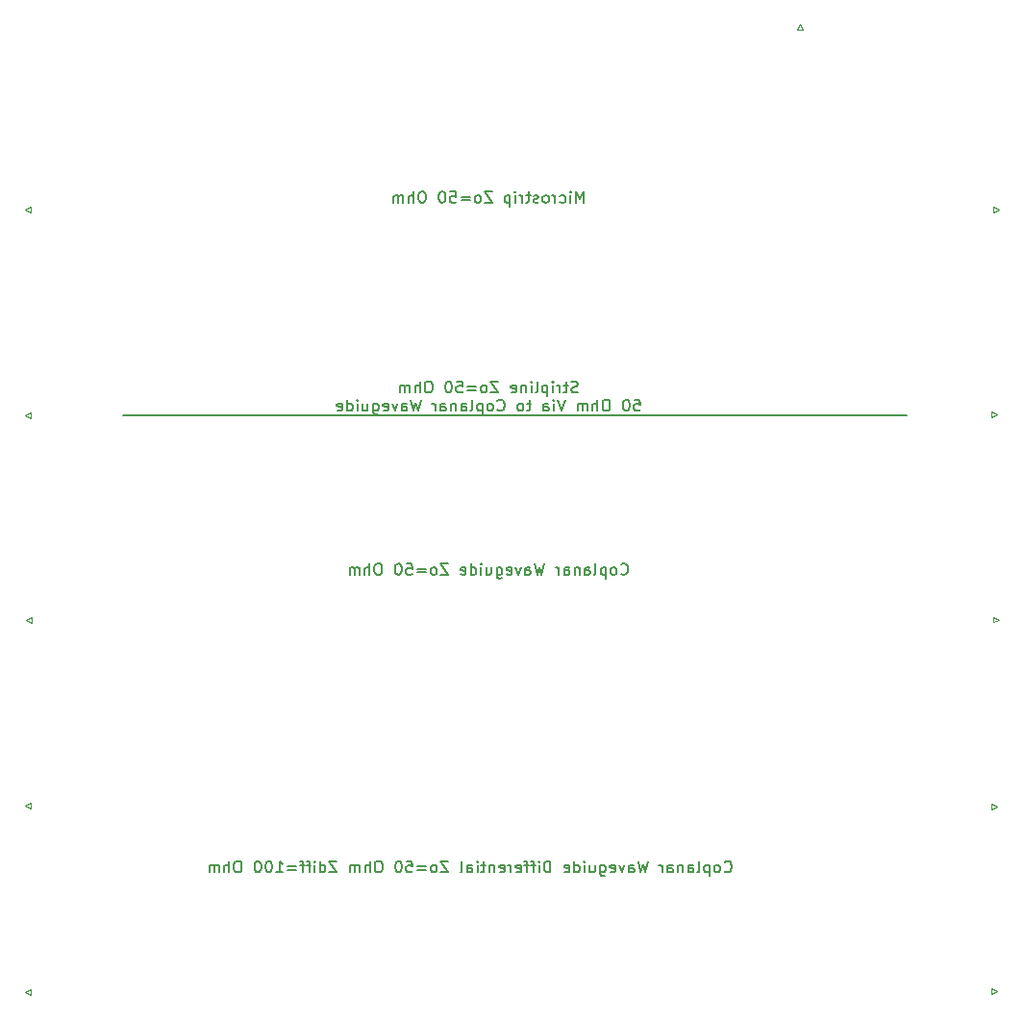
<source format=gbo>
G04 #@! TF.GenerationSoftware,KiCad,Pcbnew,(6.0.1)*
G04 #@! TF.CreationDate,2022-06-06T21:41:38+02:00*
G04 #@! TF.ProjectId,rf_test_board,72665f74-6573-4745-9f62-6f6172642e6b,rev?*
G04 #@! TF.SameCoordinates,Original*
G04 #@! TF.FileFunction,Legend,Bot*
G04 #@! TF.FilePolarity,Positive*
%FSLAX46Y46*%
G04 Gerber Fmt 4.6, Leading zero omitted, Abs format (unit mm)*
G04 Created by KiCad (PCBNEW (6.0.1)) date 2022-06-06 21:41:38*
%MOMM*%
%LPD*%
G01*
G04 APERTURE LIST*
%ADD10C,0.150000*%
%ADD11C,0.120000*%
%ADD12R,5.080000X2.420000*%
%ADD13R,5.080000X2.290000*%
%ADD14R,2.420000X5.080000*%
%ADD15R,2.290000X5.080000*%
G04 APERTURE END LIST*
D10*
X109941142Y-87057380D02*
X109941142Y-86057380D01*
X109607809Y-86771666D01*
X109274476Y-86057380D01*
X109274476Y-87057380D01*
X108798285Y-87057380D02*
X108798285Y-86390714D01*
X108798285Y-86057380D02*
X108845904Y-86105000D01*
X108798285Y-86152619D01*
X108750666Y-86105000D01*
X108798285Y-86057380D01*
X108798285Y-86152619D01*
X107893523Y-87009761D02*
X107988761Y-87057380D01*
X108179238Y-87057380D01*
X108274476Y-87009761D01*
X108322095Y-86962142D01*
X108369714Y-86866904D01*
X108369714Y-86581190D01*
X108322095Y-86485952D01*
X108274476Y-86438333D01*
X108179238Y-86390714D01*
X107988761Y-86390714D01*
X107893523Y-86438333D01*
X107464952Y-87057380D02*
X107464952Y-86390714D01*
X107464952Y-86581190D02*
X107417333Y-86485952D01*
X107369714Y-86438333D01*
X107274476Y-86390714D01*
X107179238Y-86390714D01*
X106703047Y-87057380D02*
X106798285Y-87009761D01*
X106845904Y-86962142D01*
X106893523Y-86866904D01*
X106893523Y-86581190D01*
X106845904Y-86485952D01*
X106798285Y-86438333D01*
X106703047Y-86390714D01*
X106560190Y-86390714D01*
X106464952Y-86438333D01*
X106417333Y-86485952D01*
X106369714Y-86581190D01*
X106369714Y-86866904D01*
X106417333Y-86962142D01*
X106464952Y-87009761D01*
X106560190Y-87057380D01*
X106703047Y-87057380D01*
X105988761Y-87009761D02*
X105893523Y-87057380D01*
X105703047Y-87057380D01*
X105607809Y-87009761D01*
X105560190Y-86914523D01*
X105560190Y-86866904D01*
X105607809Y-86771666D01*
X105703047Y-86724047D01*
X105845904Y-86724047D01*
X105941142Y-86676428D01*
X105988761Y-86581190D01*
X105988761Y-86533571D01*
X105941142Y-86438333D01*
X105845904Y-86390714D01*
X105703047Y-86390714D01*
X105607809Y-86438333D01*
X105274476Y-86390714D02*
X104893523Y-86390714D01*
X105131619Y-86057380D02*
X105131619Y-86914523D01*
X105084000Y-87009761D01*
X104988761Y-87057380D01*
X104893523Y-87057380D01*
X104560190Y-87057380D02*
X104560190Y-86390714D01*
X104560190Y-86581190D02*
X104512571Y-86485952D01*
X104464952Y-86438333D01*
X104369714Y-86390714D01*
X104274476Y-86390714D01*
X103941142Y-87057380D02*
X103941142Y-86390714D01*
X103941142Y-86057380D02*
X103988761Y-86105000D01*
X103941142Y-86152619D01*
X103893523Y-86105000D01*
X103941142Y-86057380D01*
X103941142Y-86152619D01*
X103464952Y-86390714D02*
X103464952Y-87390714D01*
X103464952Y-86438333D02*
X103369714Y-86390714D01*
X103179238Y-86390714D01*
X103084000Y-86438333D01*
X103036380Y-86485952D01*
X102988761Y-86581190D01*
X102988761Y-86866904D01*
X103036380Y-86962142D01*
X103084000Y-87009761D01*
X103179238Y-87057380D01*
X103369714Y-87057380D01*
X103464952Y-87009761D01*
X101893523Y-86057380D02*
X101226857Y-86057380D01*
X101893523Y-87057380D01*
X101226857Y-87057380D01*
X100703047Y-87057380D02*
X100798285Y-87009761D01*
X100845904Y-86962142D01*
X100893523Y-86866904D01*
X100893523Y-86581190D01*
X100845904Y-86485952D01*
X100798285Y-86438333D01*
X100703047Y-86390714D01*
X100560190Y-86390714D01*
X100464952Y-86438333D01*
X100417333Y-86485952D01*
X100369714Y-86581190D01*
X100369714Y-86866904D01*
X100417333Y-86962142D01*
X100464952Y-87009761D01*
X100560190Y-87057380D01*
X100703047Y-87057380D01*
X99941142Y-86533571D02*
X99179238Y-86533571D01*
X99179238Y-86819285D02*
X99941142Y-86819285D01*
X98226857Y-86057380D02*
X98703047Y-86057380D01*
X98750666Y-86533571D01*
X98703047Y-86485952D01*
X98607809Y-86438333D01*
X98369714Y-86438333D01*
X98274476Y-86485952D01*
X98226857Y-86533571D01*
X98179238Y-86628809D01*
X98179238Y-86866904D01*
X98226857Y-86962142D01*
X98274476Y-87009761D01*
X98369714Y-87057380D01*
X98607809Y-87057380D01*
X98703047Y-87009761D01*
X98750666Y-86962142D01*
X97560190Y-86057380D02*
X97464952Y-86057380D01*
X97369714Y-86105000D01*
X97322095Y-86152619D01*
X97274476Y-86247857D01*
X97226857Y-86438333D01*
X97226857Y-86676428D01*
X97274476Y-86866904D01*
X97322095Y-86962142D01*
X97369714Y-87009761D01*
X97464952Y-87057380D01*
X97560190Y-87057380D01*
X97655428Y-87009761D01*
X97703047Y-86962142D01*
X97750666Y-86866904D01*
X97798285Y-86676428D01*
X97798285Y-86438333D01*
X97750666Y-86247857D01*
X97703047Y-86152619D01*
X97655428Y-86105000D01*
X97560190Y-86057380D01*
X95845904Y-86057380D02*
X95655428Y-86057380D01*
X95560190Y-86105000D01*
X95464952Y-86200238D01*
X95417333Y-86390714D01*
X95417333Y-86724047D01*
X95464952Y-86914523D01*
X95560190Y-87009761D01*
X95655428Y-87057380D01*
X95845904Y-87057380D01*
X95941142Y-87009761D01*
X96036380Y-86914523D01*
X96084000Y-86724047D01*
X96084000Y-86390714D01*
X96036380Y-86200238D01*
X95941142Y-86105000D01*
X95845904Y-86057380D01*
X94988761Y-87057380D02*
X94988761Y-86057380D01*
X94560190Y-87057380D02*
X94560190Y-86533571D01*
X94607809Y-86438333D01*
X94703047Y-86390714D01*
X94845904Y-86390714D01*
X94941142Y-86438333D01*
X94988761Y-86485952D01*
X94084000Y-87057380D02*
X94084000Y-86390714D01*
X94084000Y-86485952D02*
X94036380Y-86438333D01*
X93941142Y-86390714D01*
X93798285Y-86390714D01*
X93703047Y-86438333D01*
X93655428Y-86533571D01*
X93655428Y-87057380D01*
X93655428Y-86533571D02*
X93607809Y-86438333D01*
X93512571Y-86390714D01*
X93369714Y-86390714D01*
X93274476Y-86438333D01*
X93226857Y-86533571D01*
X93226857Y-87057380D01*
X69425000Y-105750000D02*
X138400000Y-105750000D01*
X109457142Y-103739761D02*
X109314285Y-103787380D01*
X109076190Y-103787380D01*
X108980952Y-103739761D01*
X108933333Y-103692142D01*
X108885714Y-103596904D01*
X108885714Y-103501666D01*
X108933333Y-103406428D01*
X108980952Y-103358809D01*
X109076190Y-103311190D01*
X109266666Y-103263571D01*
X109361904Y-103215952D01*
X109409523Y-103168333D01*
X109457142Y-103073095D01*
X109457142Y-102977857D01*
X109409523Y-102882619D01*
X109361904Y-102835000D01*
X109266666Y-102787380D01*
X109028571Y-102787380D01*
X108885714Y-102835000D01*
X108600000Y-103120714D02*
X108219047Y-103120714D01*
X108457142Y-102787380D02*
X108457142Y-103644523D01*
X108409523Y-103739761D01*
X108314285Y-103787380D01*
X108219047Y-103787380D01*
X107885714Y-103787380D02*
X107885714Y-103120714D01*
X107885714Y-103311190D02*
X107838095Y-103215952D01*
X107790476Y-103168333D01*
X107695238Y-103120714D01*
X107600000Y-103120714D01*
X107266666Y-103787380D02*
X107266666Y-103120714D01*
X107266666Y-102787380D02*
X107314285Y-102835000D01*
X107266666Y-102882619D01*
X107219047Y-102835000D01*
X107266666Y-102787380D01*
X107266666Y-102882619D01*
X106790476Y-103120714D02*
X106790476Y-104120714D01*
X106790476Y-103168333D02*
X106695238Y-103120714D01*
X106504761Y-103120714D01*
X106409523Y-103168333D01*
X106361904Y-103215952D01*
X106314285Y-103311190D01*
X106314285Y-103596904D01*
X106361904Y-103692142D01*
X106409523Y-103739761D01*
X106504761Y-103787380D01*
X106695238Y-103787380D01*
X106790476Y-103739761D01*
X105742857Y-103787380D02*
X105838095Y-103739761D01*
X105885714Y-103644523D01*
X105885714Y-102787380D01*
X105361904Y-103787380D02*
X105361904Y-103120714D01*
X105361904Y-102787380D02*
X105409523Y-102835000D01*
X105361904Y-102882619D01*
X105314285Y-102835000D01*
X105361904Y-102787380D01*
X105361904Y-102882619D01*
X104885714Y-103120714D02*
X104885714Y-103787380D01*
X104885714Y-103215952D02*
X104838095Y-103168333D01*
X104742857Y-103120714D01*
X104600000Y-103120714D01*
X104504761Y-103168333D01*
X104457142Y-103263571D01*
X104457142Y-103787380D01*
X103600000Y-103739761D02*
X103695238Y-103787380D01*
X103885714Y-103787380D01*
X103980952Y-103739761D01*
X104028571Y-103644523D01*
X104028571Y-103263571D01*
X103980952Y-103168333D01*
X103885714Y-103120714D01*
X103695238Y-103120714D01*
X103600000Y-103168333D01*
X103552380Y-103263571D01*
X103552380Y-103358809D01*
X104028571Y-103454047D01*
X102457142Y-102787380D02*
X101790476Y-102787380D01*
X102457142Y-103787380D01*
X101790476Y-103787380D01*
X101266666Y-103787380D02*
X101361904Y-103739761D01*
X101409523Y-103692142D01*
X101457142Y-103596904D01*
X101457142Y-103311190D01*
X101409523Y-103215952D01*
X101361904Y-103168333D01*
X101266666Y-103120714D01*
X101123809Y-103120714D01*
X101028571Y-103168333D01*
X100980952Y-103215952D01*
X100933333Y-103311190D01*
X100933333Y-103596904D01*
X100980952Y-103692142D01*
X101028571Y-103739761D01*
X101123809Y-103787380D01*
X101266666Y-103787380D01*
X100504761Y-103263571D02*
X99742857Y-103263571D01*
X99742857Y-103549285D02*
X100504761Y-103549285D01*
X98790476Y-102787380D02*
X99266666Y-102787380D01*
X99314285Y-103263571D01*
X99266666Y-103215952D01*
X99171428Y-103168333D01*
X98933333Y-103168333D01*
X98838095Y-103215952D01*
X98790476Y-103263571D01*
X98742857Y-103358809D01*
X98742857Y-103596904D01*
X98790476Y-103692142D01*
X98838095Y-103739761D01*
X98933333Y-103787380D01*
X99171428Y-103787380D01*
X99266666Y-103739761D01*
X99314285Y-103692142D01*
X98123809Y-102787380D02*
X98028571Y-102787380D01*
X97933333Y-102835000D01*
X97885714Y-102882619D01*
X97838095Y-102977857D01*
X97790476Y-103168333D01*
X97790476Y-103406428D01*
X97838095Y-103596904D01*
X97885714Y-103692142D01*
X97933333Y-103739761D01*
X98028571Y-103787380D01*
X98123809Y-103787380D01*
X98219047Y-103739761D01*
X98266666Y-103692142D01*
X98314285Y-103596904D01*
X98361904Y-103406428D01*
X98361904Y-103168333D01*
X98314285Y-102977857D01*
X98266666Y-102882619D01*
X98219047Y-102835000D01*
X98123809Y-102787380D01*
X96409523Y-102787380D02*
X96219047Y-102787380D01*
X96123809Y-102835000D01*
X96028571Y-102930238D01*
X95980952Y-103120714D01*
X95980952Y-103454047D01*
X96028571Y-103644523D01*
X96123809Y-103739761D01*
X96219047Y-103787380D01*
X96409523Y-103787380D01*
X96504761Y-103739761D01*
X96600000Y-103644523D01*
X96647619Y-103454047D01*
X96647619Y-103120714D01*
X96600000Y-102930238D01*
X96504761Y-102835000D01*
X96409523Y-102787380D01*
X95552380Y-103787380D02*
X95552380Y-102787380D01*
X95123809Y-103787380D02*
X95123809Y-103263571D01*
X95171428Y-103168333D01*
X95266666Y-103120714D01*
X95409523Y-103120714D01*
X95504761Y-103168333D01*
X95552380Y-103215952D01*
X94647619Y-103787380D02*
X94647619Y-103120714D01*
X94647619Y-103215952D02*
X94600000Y-103168333D01*
X94504761Y-103120714D01*
X94361904Y-103120714D01*
X94266666Y-103168333D01*
X94219047Y-103263571D01*
X94219047Y-103787380D01*
X94219047Y-103263571D02*
X94171428Y-103168333D01*
X94076190Y-103120714D01*
X93933333Y-103120714D01*
X93838095Y-103168333D01*
X93790476Y-103263571D01*
X93790476Y-103787380D01*
X114433333Y-104397380D02*
X114909523Y-104397380D01*
X114957142Y-104873571D01*
X114909523Y-104825952D01*
X114814285Y-104778333D01*
X114576190Y-104778333D01*
X114480952Y-104825952D01*
X114433333Y-104873571D01*
X114385714Y-104968809D01*
X114385714Y-105206904D01*
X114433333Y-105302142D01*
X114480952Y-105349761D01*
X114576190Y-105397380D01*
X114814285Y-105397380D01*
X114909523Y-105349761D01*
X114957142Y-105302142D01*
X113766666Y-104397380D02*
X113671428Y-104397380D01*
X113576190Y-104445000D01*
X113528571Y-104492619D01*
X113480952Y-104587857D01*
X113433333Y-104778333D01*
X113433333Y-105016428D01*
X113480952Y-105206904D01*
X113528571Y-105302142D01*
X113576190Y-105349761D01*
X113671428Y-105397380D01*
X113766666Y-105397380D01*
X113861904Y-105349761D01*
X113909523Y-105302142D01*
X113957142Y-105206904D01*
X114004761Y-105016428D01*
X114004761Y-104778333D01*
X113957142Y-104587857D01*
X113909523Y-104492619D01*
X113861904Y-104445000D01*
X113766666Y-104397380D01*
X112052380Y-104397380D02*
X111861904Y-104397380D01*
X111766666Y-104445000D01*
X111671428Y-104540238D01*
X111623809Y-104730714D01*
X111623809Y-105064047D01*
X111671428Y-105254523D01*
X111766666Y-105349761D01*
X111861904Y-105397380D01*
X112052380Y-105397380D01*
X112147619Y-105349761D01*
X112242857Y-105254523D01*
X112290476Y-105064047D01*
X112290476Y-104730714D01*
X112242857Y-104540238D01*
X112147619Y-104445000D01*
X112052380Y-104397380D01*
X111195238Y-105397380D02*
X111195238Y-104397380D01*
X110766666Y-105397380D02*
X110766666Y-104873571D01*
X110814285Y-104778333D01*
X110909523Y-104730714D01*
X111052380Y-104730714D01*
X111147619Y-104778333D01*
X111195238Y-104825952D01*
X110290476Y-105397380D02*
X110290476Y-104730714D01*
X110290476Y-104825952D02*
X110242857Y-104778333D01*
X110147619Y-104730714D01*
X110004761Y-104730714D01*
X109909523Y-104778333D01*
X109861904Y-104873571D01*
X109861904Y-105397380D01*
X109861904Y-104873571D02*
X109814285Y-104778333D01*
X109719047Y-104730714D01*
X109576190Y-104730714D01*
X109480952Y-104778333D01*
X109433333Y-104873571D01*
X109433333Y-105397380D01*
X108338095Y-104397380D02*
X108004761Y-105397380D01*
X107671428Y-104397380D01*
X107338095Y-105397380D02*
X107338095Y-104730714D01*
X107338095Y-104397380D02*
X107385714Y-104445000D01*
X107338095Y-104492619D01*
X107290476Y-104445000D01*
X107338095Y-104397380D01*
X107338095Y-104492619D01*
X106433333Y-105397380D02*
X106433333Y-104873571D01*
X106480952Y-104778333D01*
X106576190Y-104730714D01*
X106766666Y-104730714D01*
X106861904Y-104778333D01*
X106433333Y-105349761D02*
X106528571Y-105397380D01*
X106766666Y-105397380D01*
X106861904Y-105349761D01*
X106909523Y-105254523D01*
X106909523Y-105159285D01*
X106861904Y-105064047D01*
X106766666Y-105016428D01*
X106528571Y-105016428D01*
X106433333Y-104968809D01*
X105338095Y-104730714D02*
X104957142Y-104730714D01*
X105195238Y-104397380D02*
X105195238Y-105254523D01*
X105147619Y-105349761D01*
X105052380Y-105397380D01*
X104957142Y-105397380D01*
X104480952Y-105397380D02*
X104576190Y-105349761D01*
X104623809Y-105302142D01*
X104671428Y-105206904D01*
X104671428Y-104921190D01*
X104623809Y-104825952D01*
X104576190Y-104778333D01*
X104480952Y-104730714D01*
X104338095Y-104730714D01*
X104242857Y-104778333D01*
X104195238Y-104825952D01*
X104147619Y-104921190D01*
X104147619Y-105206904D01*
X104195238Y-105302142D01*
X104242857Y-105349761D01*
X104338095Y-105397380D01*
X104480952Y-105397380D01*
X102385714Y-105302142D02*
X102433333Y-105349761D01*
X102576190Y-105397380D01*
X102671428Y-105397380D01*
X102814285Y-105349761D01*
X102909523Y-105254523D01*
X102957142Y-105159285D01*
X103004761Y-104968809D01*
X103004761Y-104825952D01*
X102957142Y-104635476D01*
X102909523Y-104540238D01*
X102814285Y-104445000D01*
X102671428Y-104397380D01*
X102576190Y-104397380D01*
X102433333Y-104445000D01*
X102385714Y-104492619D01*
X101814285Y-105397380D02*
X101909523Y-105349761D01*
X101957142Y-105302142D01*
X102004761Y-105206904D01*
X102004761Y-104921190D01*
X101957142Y-104825952D01*
X101909523Y-104778333D01*
X101814285Y-104730714D01*
X101671428Y-104730714D01*
X101576190Y-104778333D01*
X101528571Y-104825952D01*
X101480952Y-104921190D01*
X101480952Y-105206904D01*
X101528571Y-105302142D01*
X101576190Y-105349761D01*
X101671428Y-105397380D01*
X101814285Y-105397380D01*
X101052380Y-104730714D02*
X101052380Y-105730714D01*
X101052380Y-104778333D02*
X100957142Y-104730714D01*
X100766666Y-104730714D01*
X100671428Y-104778333D01*
X100623809Y-104825952D01*
X100576190Y-104921190D01*
X100576190Y-105206904D01*
X100623809Y-105302142D01*
X100671428Y-105349761D01*
X100766666Y-105397380D01*
X100957142Y-105397380D01*
X101052380Y-105349761D01*
X100004761Y-105397380D02*
X100100000Y-105349761D01*
X100147619Y-105254523D01*
X100147619Y-104397380D01*
X99195238Y-105397380D02*
X99195238Y-104873571D01*
X99242857Y-104778333D01*
X99338095Y-104730714D01*
X99528571Y-104730714D01*
X99623809Y-104778333D01*
X99195238Y-105349761D02*
X99290476Y-105397380D01*
X99528571Y-105397380D01*
X99623809Y-105349761D01*
X99671428Y-105254523D01*
X99671428Y-105159285D01*
X99623809Y-105064047D01*
X99528571Y-105016428D01*
X99290476Y-105016428D01*
X99195238Y-104968809D01*
X98719047Y-104730714D02*
X98719047Y-105397380D01*
X98719047Y-104825952D02*
X98671428Y-104778333D01*
X98576190Y-104730714D01*
X98433333Y-104730714D01*
X98338095Y-104778333D01*
X98290476Y-104873571D01*
X98290476Y-105397380D01*
X97385714Y-105397380D02*
X97385714Y-104873571D01*
X97433333Y-104778333D01*
X97528571Y-104730714D01*
X97719047Y-104730714D01*
X97814285Y-104778333D01*
X97385714Y-105349761D02*
X97480952Y-105397380D01*
X97719047Y-105397380D01*
X97814285Y-105349761D01*
X97861904Y-105254523D01*
X97861904Y-105159285D01*
X97814285Y-105064047D01*
X97719047Y-105016428D01*
X97480952Y-105016428D01*
X97385714Y-104968809D01*
X96909523Y-105397380D02*
X96909523Y-104730714D01*
X96909523Y-104921190D02*
X96861904Y-104825952D01*
X96814285Y-104778333D01*
X96719047Y-104730714D01*
X96623809Y-104730714D01*
X95623809Y-104397380D02*
X95385714Y-105397380D01*
X95195238Y-104683095D01*
X95004761Y-105397380D01*
X94766666Y-104397380D01*
X93957142Y-105397380D02*
X93957142Y-104873571D01*
X94004761Y-104778333D01*
X94100000Y-104730714D01*
X94290476Y-104730714D01*
X94385714Y-104778333D01*
X93957142Y-105349761D02*
X94052380Y-105397380D01*
X94290476Y-105397380D01*
X94385714Y-105349761D01*
X94433333Y-105254523D01*
X94433333Y-105159285D01*
X94385714Y-105064047D01*
X94290476Y-105016428D01*
X94052380Y-105016428D01*
X93957142Y-104968809D01*
X93576190Y-104730714D02*
X93338095Y-105397380D01*
X93100000Y-104730714D01*
X92338095Y-105349761D02*
X92433333Y-105397380D01*
X92623809Y-105397380D01*
X92719047Y-105349761D01*
X92766666Y-105254523D01*
X92766666Y-104873571D01*
X92719047Y-104778333D01*
X92623809Y-104730714D01*
X92433333Y-104730714D01*
X92338095Y-104778333D01*
X92290476Y-104873571D01*
X92290476Y-104968809D01*
X92766666Y-105064047D01*
X91433333Y-104730714D02*
X91433333Y-105540238D01*
X91480952Y-105635476D01*
X91528571Y-105683095D01*
X91623809Y-105730714D01*
X91766666Y-105730714D01*
X91861904Y-105683095D01*
X91433333Y-105349761D02*
X91528571Y-105397380D01*
X91719047Y-105397380D01*
X91814285Y-105349761D01*
X91861904Y-105302142D01*
X91909523Y-105206904D01*
X91909523Y-104921190D01*
X91861904Y-104825952D01*
X91814285Y-104778333D01*
X91719047Y-104730714D01*
X91528571Y-104730714D01*
X91433333Y-104778333D01*
X90528571Y-104730714D02*
X90528571Y-105397380D01*
X90957142Y-104730714D02*
X90957142Y-105254523D01*
X90909523Y-105349761D01*
X90814285Y-105397380D01*
X90671428Y-105397380D01*
X90576190Y-105349761D01*
X90528571Y-105302142D01*
X90052380Y-105397380D02*
X90052380Y-104730714D01*
X90052380Y-104397380D02*
X90100000Y-104445000D01*
X90052380Y-104492619D01*
X90004761Y-104445000D01*
X90052380Y-104397380D01*
X90052380Y-104492619D01*
X89147619Y-105397380D02*
X89147619Y-104397380D01*
X89147619Y-105349761D02*
X89242857Y-105397380D01*
X89433333Y-105397380D01*
X89528571Y-105349761D01*
X89576190Y-105302142D01*
X89623809Y-105206904D01*
X89623809Y-104921190D01*
X89576190Y-104825952D01*
X89528571Y-104778333D01*
X89433333Y-104730714D01*
X89242857Y-104730714D01*
X89147619Y-104778333D01*
X88290476Y-105349761D02*
X88385714Y-105397380D01*
X88576190Y-105397380D01*
X88671428Y-105349761D01*
X88719047Y-105254523D01*
X88719047Y-104873571D01*
X88671428Y-104778333D01*
X88576190Y-104730714D01*
X88385714Y-104730714D01*
X88290476Y-104778333D01*
X88242857Y-104873571D01*
X88242857Y-104968809D01*
X88719047Y-105064047D01*
X113266666Y-119737142D02*
X113314285Y-119784761D01*
X113457142Y-119832380D01*
X113552380Y-119832380D01*
X113695238Y-119784761D01*
X113790476Y-119689523D01*
X113838095Y-119594285D01*
X113885714Y-119403809D01*
X113885714Y-119260952D01*
X113838095Y-119070476D01*
X113790476Y-118975238D01*
X113695238Y-118880000D01*
X113552380Y-118832380D01*
X113457142Y-118832380D01*
X113314285Y-118880000D01*
X113266666Y-118927619D01*
X112695238Y-119832380D02*
X112790476Y-119784761D01*
X112838095Y-119737142D01*
X112885714Y-119641904D01*
X112885714Y-119356190D01*
X112838095Y-119260952D01*
X112790476Y-119213333D01*
X112695238Y-119165714D01*
X112552380Y-119165714D01*
X112457142Y-119213333D01*
X112409523Y-119260952D01*
X112361904Y-119356190D01*
X112361904Y-119641904D01*
X112409523Y-119737142D01*
X112457142Y-119784761D01*
X112552380Y-119832380D01*
X112695238Y-119832380D01*
X111933333Y-119165714D02*
X111933333Y-120165714D01*
X111933333Y-119213333D02*
X111838095Y-119165714D01*
X111647619Y-119165714D01*
X111552380Y-119213333D01*
X111504761Y-119260952D01*
X111457142Y-119356190D01*
X111457142Y-119641904D01*
X111504761Y-119737142D01*
X111552380Y-119784761D01*
X111647619Y-119832380D01*
X111838095Y-119832380D01*
X111933333Y-119784761D01*
X110885714Y-119832380D02*
X110980952Y-119784761D01*
X111028571Y-119689523D01*
X111028571Y-118832380D01*
X110076190Y-119832380D02*
X110076190Y-119308571D01*
X110123809Y-119213333D01*
X110219047Y-119165714D01*
X110409523Y-119165714D01*
X110504761Y-119213333D01*
X110076190Y-119784761D02*
X110171428Y-119832380D01*
X110409523Y-119832380D01*
X110504761Y-119784761D01*
X110552380Y-119689523D01*
X110552380Y-119594285D01*
X110504761Y-119499047D01*
X110409523Y-119451428D01*
X110171428Y-119451428D01*
X110076190Y-119403809D01*
X109600000Y-119165714D02*
X109600000Y-119832380D01*
X109600000Y-119260952D02*
X109552380Y-119213333D01*
X109457142Y-119165714D01*
X109314285Y-119165714D01*
X109219047Y-119213333D01*
X109171428Y-119308571D01*
X109171428Y-119832380D01*
X108266666Y-119832380D02*
X108266666Y-119308571D01*
X108314285Y-119213333D01*
X108409523Y-119165714D01*
X108600000Y-119165714D01*
X108695238Y-119213333D01*
X108266666Y-119784761D02*
X108361904Y-119832380D01*
X108600000Y-119832380D01*
X108695238Y-119784761D01*
X108742857Y-119689523D01*
X108742857Y-119594285D01*
X108695238Y-119499047D01*
X108600000Y-119451428D01*
X108361904Y-119451428D01*
X108266666Y-119403809D01*
X107790476Y-119832380D02*
X107790476Y-119165714D01*
X107790476Y-119356190D02*
X107742857Y-119260952D01*
X107695238Y-119213333D01*
X107600000Y-119165714D01*
X107504761Y-119165714D01*
X106504761Y-118832380D02*
X106266666Y-119832380D01*
X106076190Y-119118095D01*
X105885714Y-119832380D01*
X105647619Y-118832380D01*
X104838095Y-119832380D02*
X104838095Y-119308571D01*
X104885714Y-119213333D01*
X104980952Y-119165714D01*
X105171428Y-119165714D01*
X105266666Y-119213333D01*
X104838095Y-119784761D02*
X104933333Y-119832380D01*
X105171428Y-119832380D01*
X105266666Y-119784761D01*
X105314285Y-119689523D01*
X105314285Y-119594285D01*
X105266666Y-119499047D01*
X105171428Y-119451428D01*
X104933333Y-119451428D01*
X104838095Y-119403809D01*
X104457142Y-119165714D02*
X104219047Y-119832380D01*
X103980952Y-119165714D01*
X103219047Y-119784761D02*
X103314285Y-119832380D01*
X103504761Y-119832380D01*
X103600000Y-119784761D01*
X103647619Y-119689523D01*
X103647619Y-119308571D01*
X103600000Y-119213333D01*
X103504761Y-119165714D01*
X103314285Y-119165714D01*
X103219047Y-119213333D01*
X103171428Y-119308571D01*
X103171428Y-119403809D01*
X103647619Y-119499047D01*
X102314285Y-119165714D02*
X102314285Y-119975238D01*
X102361904Y-120070476D01*
X102409523Y-120118095D01*
X102504761Y-120165714D01*
X102647619Y-120165714D01*
X102742857Y-120118095D01*
X102314285Y-119784761D02*
X102409523Y-119832380D01*
X102600000Y-119832380D01*
X102695238Y-119784761D01*
X102742857Y-119737142D01*
X102790476Y-119641904D01*
X102790476Y-119356190D01*
X102742857Y-119260952D01*
X102695238Y-119213333D01*
X102600000Y-119165714D01*
X102409523Y-119165714D01*
X102314285Y-119213333D01*
X101409523Y-119165714D02*
X101409523Y-119832380D01*
X101838095Y-119165714D02*
X101838095Y-119689523D01*
X101790476Y-119784761D01*
X101695238Y-119832380D01*
X101552380Y-119832380D01*
X101457142Y-119784761D01*
X101409523Y-119737142D01*
X100933333Y-119832380D02*
X100933333Y-119165714D01*
X100933333Y-118832380D02*
X100980952Y-118880000D01*
X100933333Y-118927619D01*
X100885714Y-118880000D01*
X100933333Y-118832380D01*
X100933333Y-118927619D01*
X100028571Y-119832380D02*
X100028571Y-118832380D01*
X100028571Y-119784761D02*
X100123809Y-119832380D01*
X100314285Y-119832380D01*
X100409523Y-119784761D01*
X100457142Y-119737142D01*
X100504761Y-119641904D01*
X100504761Y-119356190D01*
X100457142Y-119260952D01*
X100409523Y-119213333D01*
X100314285Y-119165714D01*
X100123809Y-119165714D01*
X100028571Y-119213333D01*
X99171428Y-119784761D02*
X99266666Y-119832380D01*
X99457142Y-119832380D01*
X99552380Y-119784761D01*
X99600000Y-119689523D01*
X99600000Y-119308571D01*
X99552380Y-119213333D01*
X99457142Y-119165714D01*
X99266666Y-119165714D01*
X99171428Y-119213333D01*
X99123809Y-119308571D01*
X99123809Y-119403809D01*
X99600000Y-119499047D01*
X98028571Y-118832380D02*
X97361904Y-118832380D01*
X98028571Y-119832380D01*
X97361904Y-119832380D01*
X96838095Y-119832380D02*
X96933333Y-119784761D01*
X96980952Y-119737142D01*
X97028571Y-119641904D01*
X97028571Y-119356190D01*
X96980952Y-119260952D01*
X96933333Y-119213333D01*
X96838095Y-119165714D01*
X96695238Y-119165714D01*
X96600000Y-119213333D01*
X96552380Y-119260952D01*
X96504761Y-119356190D01*
X96504761Y-119641904D01*
X96552380Y-119737142D01*
X96600000Y-119784761D01*
X96695238Y-119832380D01*
X96838095Y-119832380D01*
X96076190Y-119308571D02*
X95314285Y-119308571D01*
X95314285Y-119594285D02*
X96076190Y-119594285D01*
X94361904Y-118832380D02*
X94838095Y-118832380D01*
X94885714Y-119308571D01*
X94838095Y-119260952D01*
X94742857Y-119213333D01*
X94504761Y-119213333D01*
X94409523Y-119260952D01*
X94361904Y-119308571D01*
X94314285Y-119403809D01*
X94314285Y-119641904D01*
X94361904Y-119737142D01*
X94409523Y-119784761D01*
X94504761Y-119832380D01*
X94742857Y-119832380D01*
X94838095Y-119784761D01*
X94885714Y-119737142D01*
X93695238Y-118832380D02*
X93600000Y-118832380D01*
X93504761Y-118880000D01*
X93457142Y-118927619D01*
X93409523Y-119022857D01*
X93361904Y-119213333D01*
X93361904Y-119451428D01*
X93409523Y-119641904D01*
X93457142Y-119737142D01*
X93504761Y-119784761D01*
X93600000Y-119832380D01*
X93695238Y-119832380D01*
X93790476Y-119784761D01*
X93838095Y-119737142D01*
X93885714Y-119641904D01*
X93933333Y-119451428D01*
X93933333Y-119213333D01*
X93885714Y-119022857D01*
X93838095Y-118927619D01*
X93790476Y-118880000D01*
X93695238Y-118832380D01*
X91980952Y-118832380D02*
X91790476Y-118832380D01*
X91695238Y-118880000D01*
X91600000Y-118975238D01*
X91552380Y-119165714D01*
X91552380Y-119499047D01*
X91600000Y-119689523D01*
X91695238Y-119784761D01*
X91790476Y-119832380D01*
X91980952Y-119832380D01*
X92076190Y-119784761D01*
X92171428Y-119689523D01*
X92219047Y-119499047D01*
X92219047Y-119165714D01*
X92171428Y-118975238D01*
X92076190Y-118880000D01*
X91980952Y-118832380D01*
X91123809Y-119832380D02*
X91123809Y-118832380D01*
X90695238Y-119832380D02*
X90695238Y-119308571D01*
X90742857Y-119213333D01*
X90838095Y-119165714D01*
X90980952Y-119165714D01*
X91076190Y-119213333D01*
X91123809Y-119260952D01*
X90219047Y-119832380D02*
X90219047Y-119165714D01*
X90219047Y-119260952D02*
X90171428Y-119213333D01*
X90076190Y-119165714D01*
X89933333Y-119165714D01*
X89838095Y-119213333D01*
X89790476Y-119308571D01*
X89790476Y-119832380D01*
X89790476Y-119308571D02*
X89742857Y-119213333D01*
X89647619Y-119165714D01*
X89504761Y-119165714D01*
X89409523Y-119213333D01*
X89361904Y-119308571D01*
X89361904Y-119832380D01*
X122379011Y-145942042D02*
X122426630Y-145989661D01*
X122569488Y-146037280D01*
X122664726Y-146037280D01*
X122807583Y-145989661D01*
X122902821Y-145894423D01*
X122950440Y-145799185D01*
X122998059Y-145608709D01*
X122998059Y-145465852D01*
X122950440Y-145275376D01*
X122902821Y-145180138D01*
X122807583Y-145084900D01*
X122664726Y-145037280D01*
X122569488Y-145037280D01*
X122426630Y-145084900D01*
X122379011Y-145132519D01*
X121807583Y-146037280D02*
X121902821Y-145989661D01*
X121950440Y-145942042D01*
X121998059Y-145846804D01*
X121998059Y-145561090D01*
X121950440Y-145465852D01*
X121902821Y-145418233D01*
X121807583Y-145370614D01*
X121664726Y-145370614D01*
X121569488Y-145418233D01*
X121521869Y-145465852D01*
X121474250Y-145561090D01*
X121474250Y-145846804D01*
X121521869Y-145942042D01*
X121569488Y-145989661D01*
X121664726Y-146037280D01*
X121807583Y-146037280D01*
X121045678Y-145370614D02*
X121045678Y-146370614D01*
X121045678Y-145418233D02*
X120950440Y-145370614D01*
X120759964Y-145370614D01*
X120664726Y-145418233D01*
X120617107Y-145465852D01*
X120569488Y-145561090D01*
X120569488Y-145846804D01*
X120617107Y-145942042D01*
X120664726Y-145989661D01*
X120759964Y-146037280D01*
X120950440Y-146037280D01*
X121045678Y-145989661D01*
X119998059Y-146037280D02*
X120093297Y-145989661D01*
X120140916Y-145894423D01*
X120140916Y-145037280D01*
X119188535Y-146037280D02*
X119188535Y-145513471D01*
X119236154Y-145418233D01*
X119331392Y-145370614D01*
X119521869Y-145370614D01*
X119617107Y-145418233D01*
X119188535Y-145989661D02*
X119283773Y-146037280D01*
X119521869Y-146037280D01*
X119617107Y-145989661D01*
X119664726Y-145894423D01*
X119664726Y-145799185D01*
X119617107Y-145703947D01*
X119521869Y-145656328D01*
X119283773Y-145656328D01*
X119188535Y-145608709D01*
X118712345Y-145370614D02*
X118712345Y-146037280D01*
X118712345Y-145465852D02*
X118664726Y-145418233D01*
X118569488Y-145370614D01*
X118426630Y-145370614D01*
X118331392Y-145418233D01*
X118283773Y-145513471D01*
X118283773Y-146037280D01*
X117379011Y-146037280D02*
X117379011Y-145513471D01*
X117426630Y-145418233D01*
X117521869Y-145370614D01*
X117712345Y-145370614D01*
X117807583Y-145418233D01*
X117379011Y-145989661D02*
X117474250Y-146037280D01*
X117712345Y-146037280D01*
X117807583Y-145989661D01*
X117855202Y-145894423D01*
X117855202Y-145799185D01*
X117807583Y-145703947D01*
X117712345Y-145656328D01*
X117474250Y-145656328D01*
X117379011Y-145608709D01*
X116902821Y-146037280D02*
X116902821Y-145370614D01*
X116902821Y-145561090D02*
X116855202Y-145465852D01*
X116807583Y-145418233D01*
X116712345Y-145370614D01*
X116617107Y-145370614D01*
X115617107Y-145037280D02*
X115379011Y-146037280D01*
X115188535Y-145322995D01*
X114998059Y-146037280D01*
X114759964Y-145037280D01*
X113950440Y-146037280D02*
X113950440Y-145513471D01*
X113998059Y-145418233D01*
X114093297Y-145370614D01*
X114283773Y-145370614D01*
X114379011Y-145418233D01*
X113950440Y-145989661D02*
X114045678Y-146037280D01*
X114283773Y-146037280D01*
X114379011Y-145989661D01*
X114426630Y-145894423D01*
X114426630Y-145799185D01*
X114379011Y-145703947D01*
X114283773Y-145656328D01*
X114045678Y-145656328D01*
X113950440Y-145608709D01*
X113569488Y-145370614D02*
X113331392Y-146037280D01*
X113093297Y-145370614D01*
X112331392Y-145989661D02*
X112426630Y-146037280D01*
X112617107Y-146037280D01*
X112712345Y-145989661D01*
X112759964Y-145894423D01*
X112759964Y-145513471D01*
X112712345Y-145418233D01*
X112617107Y-145370614D01*
X112426630Y-145370614D01*
X112331392Y-145418233D01*
X112283773Y-145513471D01*
X112283773Y-145608709D01*
X112759964Y-145703947D01*
X111426630Y-145370614D02*
X111426630Y-146180138D01*
X111474250Y-146275376D01*
X111521869Y-146322995D01*
X111617107Y-146370614D01*
X111759964Y-146370614D01*
X111855202Y-146322995D01*
X111426630Y-145989661D02*
X111521869Y-146037280D01*
X111712345Y-146037280D01*
X111807583Y-145989661D01*
X111855202Y-145942042D01*
X111902821Y-145846804D01*
X111902821Y-145561090D01*
X111855202Y-145465852D01*
X111807583Y-145418233D01*
X111712345Y-145370614D01*
X111521869Y-145370614D01*
X111426630Y-145418233D01*
X110521869Y-145370614D02*
X110521869Y-146037280D01*
X110950440Y-145370614D02*
X110950440Y-145894423D01*
X110902821Y-145989661D01*
X110807583Y-146037280D01*
X110664726Y-146037280D01*
X110569488Y-145989661D01*
X110521869Y-145942042D01*
X110045678Y-146037280D02*
X110045678Y-145370614D01*
X110045678Y-145037280D02*
X110093297Y-145084900D01*
X110045678Y-145132519D01*
X109998059Y-145084900D01*
X110045678Y-145037280D01*
X110045678Y-145132519D01*
X109140916Y-146037280D02*
X109140916Y-145037280D01*
X109140916Y-145989661D02*
X109236154Y-146037280D01*
X109426630Y-146037280D01*
X109521869Y-145989661D01*
X109569488Y-145942042D01*
X109617107Y-145846804D01*
X109617107Y-145561090D01*
X109569488Y-145465852D01*
X109521869Y-145418233D01*
X109426630Y-145370614D01*
X109236154Y-145370614D01*
X109140916Y-145418233D01*
X108283773Y-145989661D02*
X108379011Y-146037280D01*
X108569488Y-146037280D01*
X108664726Y-145989661D01*
X108712345Y-145894423D01*
X108712345Y-145513471D01*
X108664726Y-145418233D01*
X108569488Y-145370614D01*
X108379011Y-145370614D01*
X108283773Y-145418233D01*
X108236154Y-145513471D01*
X108236154Y-145608709D01*
X108712345Y-145703947D01*
X107045678Y-146037280D02*
X107045678Y-145037280D01*
X106807583Y-145037280D01*
X106664726Y-145084900D01*
X106569488Y-145180138D01*
X106521869Y-145275376D01*
X106474250Y-145465852D01*
X106474250Y-145608709D01*
X106521869Y-145799185D01*
X106569488Y-145894423D01*
X106664726Y-145989661D01*
X106807583Y-146037280D01*
X107045678Y-146037280D01*
X106045678Y-146037280D02*
X106045678Y-145370614D01*
X106045678Y-145037280D02*
X106093297Y-145084900D01*
X106045678Y-145132519D01*
X105998059Y-145084900D01*
X106045678Y-145037280D01*
X106045678Y-145132519D01*
X105712345Y-145370614D02*
X105331392Y-145370614D01*
X105569488Y-146037280D02*
X105569488Y-145180138D01*
X105521869Y-145084900D01*
X105426630Y-145037280D01*
X105331392Y-145037280D01*
X105140916Y-145370614D02*
X104759964Y-145370614D01*
X104998059Y-146037280D02*
X104998059Y-145180138D01*
X104950440Y-145084900D01*
X104855202Y-145037280D01*
X104759964Y-145037280D01*
X104045678Y-145989661D02*
X104140916Y-146037280D01*
X104331392Y-146037280D01*
X104426630Y-145989661D01*
X104474250Y-145894423D01*
X104474250Y-145513471D01*
X104426630Y-145418233D01*
X104331392Y-145370614D01*
X104140916Y-145370614D01*
X104045678Y-145418233D01*
X103998059Y-145513471D01*
X103998059Y-145608709D01*
X104474250Y-145703947D01*
X103569488Y-146037280D02*
X103569488Y-145370614D01*
X103569488Y-145561090D02*
X103521869Y-145465852D01*
X103474250Y-145418233D01*
X103379011Y-145370614D01*
X103283773Y-145370614D01*
X102569488Y-145989661D02*
X102664726Y-146037280D01*
X102855202Y-146037280D01*
X102950440Y-145989661D01*
X102998059Y-145894423D01*
X102998059Y-145513471D01*
X102950440Y-145418233D01*
X102855202Y-145370614D01*
X102664726Y-145370614D01*
X102569488Y-145418233D01*
X102521869Y-145513471D01*
X102521869Y-145608709D01*
X102998059Y-145703947D01*
X102093297Y-145370614D02*
X102093297Y-146037280D01*
X102093297Y-145465852D02*
X102045678Y-145418233D01*
X101950440Y-145370614D01*
X101807583Y-145370614D01*
X101712345Y-145418233D01*
X101664726Y-145513471D01*
X101664726Y-146037280D01*
X101331392Y-145370614D02*
X100950440Y-145370614D01*
X101188535Y-145037280D02*
X101188535Y-145894423D01*
X101140916Y-145989661D01*
X101045678Y-146037280D01*
X100950440Y-146037280D01*
X100617107Y-146037280D02*
X100617107Y-145370614D01*
X100617107Y-145037280D02*
X100664726Y-145084900D01*
X100617107Y-145132519D01*
X100569488Y-145084900D01*
X100617107Y-145037280D01*
X100617107Y-145132519D01*
X99712345Y-146037280D02*
X99712345Y-145513471D01*
X99759964Y-145418233D01*
X99855202Y-145370614D01*
X100045678Y-145370614D01*
X100140916Y-145418233D01*
X99712345Y-145989661D02*
X99807583Y-146037280D01*
X100045678Y-146037280D01*
X100140916Y-145989661D01*
X100188535Y-145894423D01*
X100188535Y-145799185D01*
X100140916Y-145703947D01*
X100045678Y-145656328D01*
X99807583Y-145656328D01*
X99712345Y-145608709D01*
X99093297Y-146037280D02*
X99188535Y-145989661D01*
X99236154Y-145894423D01*
X99236154Y-145037280D01*
X98045678Y-145037280D02*
X97379011Y-145037280D01*
X98045678Y-146037280D01*
X97379011Y-146037280D01*
X96855202Y-146037280D02*
X96950440Y-145989661D01*
X96998059Y-145942042D01*
X97045678Y-145846804D01*
X97045678Y-145561090D01*
X96998059Y-145465852D01*
X96950440Y-145418233D01*
X96855202Y-145370614D01*
X96712345Y-145370614D01*
X96617107Y-145418233D01*
X96569488Y-145465852D01*
X96521869Y-145561090D01*
X96521869Y-145846804D01*
X96569488Y-145942042D01*
X96617107Y-145989661D01*
X96712345Y-146037280D01*
X96855202Y-146037280D01*
X96093297Y-145513471D02*
X95331392Y-145513471D01*
X95331392Y-145799185D02*
X96093297Y-145799185D01*
X94379011Y-145037280D02*
X94855202Y-145037280D01*
X94902821Y-145513471D01*
X94855202Y-145465852D01*
X94759964Y-145418233D01*
X94521869Y-145418233D01*
X94426630Y-145465852D01*
X94379011Y-145513471D01*
X94331392Y-145608709D01*
X94331392Y-145846804D01*
X94379011Y-145942042D01*
X94426630Y-145989661D01*
X94521869Y-146037280D01*
X94759964Y-146037280D01*
X94855202Y-145989661D01*
X94902821Y-145942042D01*
X93712345Y-145037280D02*
X93617107Y-145037280D01*
X93521869Y-145084900D01*
X93474250Y-145132519D01*
X93426630Y-145227757D01*
X93379011Y-145418233D01*
X93379011Y-145656328D01*
X93426630Y-145846804D01*
X93474250Y-145942042D01*
X93521869Y-145989661D01*
X93617107Y-146037280D01*
X93712345Y-146037280D01*
X93807583Y-145989661D01*
X93855202Y-145942042D01*
X93902821Y-145846804D01*
X93950440Y-145656328D01*
X93950440Y-145418233D01*
X93902821Y-145227757D01*
X93855202Y-145132519D01*
X93807583Y-145084900D01*
X93712345Y-145037280D01*
X91998059Y-145037280D02*
X91807583Y-145037280D01*
X91712345Y-145084900D01*
X91617107Y-145180138D01*
X91569488Y-145370614D01*
X91569488Y-145703947D01*
X91617107Y-145894423D01*
X91712345Y-145989661D01*
X91807583Y-146037280D01*
X91998059Y-146037280D01*
X92093297Y-145989661D01*
X92188535Y-145894423D01*
X92236154Y-145703947D01*
X92236154Y-145370614D01*
X92188535Y-145180138D01*
X92093297Y-145084900D01*
X91998059Y-145037280D01*
X91140916Y-146037280D02*
X91140916Y-145037280D01*
X90712345Y-146037280D02*
X90712345Y-145513471D01*
X90759964Y-145418233D01*
X90855202Y-145370614D01*
X90998059Y-145370614D01*
X91093297Y-145418233D01*
X91140916Y-145465852D01*
X90236154Y-146037280D02*
X90236154Y-145370614D01*
X90236154Y-145465852D02*
X90188535Y-145418233D01*
X90093297Y-145370614D01*
X89950440Y-145370614D01*
X89855202Y-145418233D01*
X89807583Y-145513471D01*
X89807583Y-146037280D01*
X89807583Y-145513471D02*
X89759964Y-145418233D01*
X89664726Y-145370614D01*
X89521869Y-145370614D01*
X89426630Y-145418233D01*
X89379011Y-145513471D01*
X89379011Y-146037280D01*
X88236154Y-145037280D02*
X87569488Y-145037280D01*
X88236154Y-146037280D01*
X87569488Y-146037280D01*
X86759964Y-146037280D02*
X86759964Y-145037280D01*
X86759964Y-145989661D02*
X86855202Y-146037280D01*
X87045678Y-146037280D01*
X87140916Y-145989661D01*
X87188535Y-145942042D01*
X87236154Y-145846804D01*
X87236154Y-145561090D01*
X87188535Y-145465852D01*
X87140916Y-145418233D01*
X87045678Y-145370614D01*
X86855202Y-145370614D01*
X86759964Y-145418233D01*
X86283773Y-146037280D02*
X86283773Y-145370614D01*
X86283773Y-145037280D02*
X86331392Y-145084900D01*
X86283773Y-145132519D01*
X86236154Y-145084900D01*
X86283773Y-145037280D01*
X86283773Y-145132519D01*
X85950440Y-145370614D02*
X85569488Y-145370614D01*
X85807583Y-146037280D02*
X85807583Y-145180138D01*
X85759964Y-145084900D01*
X85664726Y-145037280D01*
X85569488Y-145037280D01*
X85379011Y-145370614D02*
X84998059Y-145370614D01*
X85236154Y-146037280D02*
X85236154Y-145180138D01*
X85188535Y-145084900D01*
X85093297Y-145037280D01*
X84998059Y-145037280D01*
X84664726Y-145513471D02*
X83902821Y-145513471D01*
X83902821Y-145799185D02*
X84664726Y-145799185D01*
X82902821Y-146037280D02*
X83474250Y-146037280D01*
X83188535Y-146037280D02*
X83188535Y-145037280D01*
X83283773Y-145180138D01*
X83379011Y-145275376D01*
X83474250Y-145322995D01*
X82283773Y-145037280D02*
X82188535Y-145037280D01*
X82093297Y-145084900D01*
X82045678Y-145132519D01*
X81998059Y-145227757D01*
X81950440Y-145418233D01*
X81950440Y-145656328D01*
X81998059Y-145846804D01*
X82045678Y-145942042D01*
X82093297Y-145989661D01*
X82188535Y-146037280D01*
X82283773Y-146037280D01*
X82379011Y-145989661D01*
X82426630Y-145942042D01*
X82474250Y-145846804D01*
X82521869Y-145656328D01*
X82521869Y-145418233D01*
X82474250Y-145227757D01*
X82426630Y-145132519D01*
X82379011Y-145084900D01*
X82283773Y-145037280D01*
X81331392Y-145037280D02*
X81236154Y-145037280D01*
X81140916Y-145084900D01*
X81093297Y-145132519D01*
X81045678Y-145227757D01*
X80998059Y-145418233D01*
X80998059Y-145656328D01*
X81045678Y-145846804D01*
X81093297Y-145942042D01*
X81140916Y-145989661D01*
X81236154Y-146037280D01*
X81331392Y-146037280D01*
X81426630Y-145989661D01*
X81474250Y-145942042D01*
X81521869Y-145846804D01*
X81569488Y-145656328D01*
X81569488Y-145418233D01*
X81521869Y-145227757D01*
X81474250Y-145132519D01*
X81426630Y-145084900D01*
X81331392Y-145037280D01*
X79617107Y-145037280D02*
X79426630Y-145037280D01*
X79331392Y-145084900D01*
X79236154Y-145180138D01*
X79188535Y-145370614D01*
X79188535Y-145703947D01*
X79236154Y-145894423D01*
X79331392Y-145989661D01*
X79426630Y-146037280D01*
X79617107Y-146037280D01*
X79712345Y-145989661D01*
X79807583Y-145894423D01*
X79855202Y-145703947D01*
X79855202Y-145370614D01*
X79807583Y-145180138D01*
X79712345Y-145084900D01*
X79617107Y-145037280D01*
X78759964Y-146037280D02*
X78759964Y-145037280D01*
X78331392Y-146037280D02*
X78331392Y-145513471D01*
X78379011Y-145418233D01*
X78474250Y-145370614D01*
X78617107Y-145370614D01*
X78712345Y-145418233D01*
X78759964Y-145465852D01*
X77855202Y-146037280D02*
X77855202Y-145370614D01*
X77855202Y-145465852D02*
X77807583Y-145418233D01*
X77712345Y-145370614D01*
X77569488Y-145370614D01*
X77474250Y-145418233D01*
X77426630Y-145513471D01*
X77426630Y-146037280D01*
X77426630Y-145513471D02*
X77379011Y-145418233D01*
X77283773Y-145370614D01*
X77140916Y-145370614D01*
X77045678Y-145418233D01*
X76998059Y-145513471D01*
X76998059Y-146037280D01*
D11*
X146577300Y-123774200D02*
X146077300Y-123524200D01*
X146077300Y-124024200D02*
X146577300Y-123774200D01*
X146077300Y-123524200D02*
X146077300Y-124024200D01*
X61313700Y-140419900D02*
X61313700Y-139919900D01*
X61313700Y-139919900D02*
X60813700Y-140169900D01*
X60813700Y-140169900D02*
X61313700Y-140419900D01*
X145894350Y-105971150D02*
X146394350Y-105721150D01*
X145894350Y-105471150D02*
X145894350Y-105971150D01*
X146394350Y-105721150D02*
X145894350Y-105471150D01*
X61312000Y-87445000D02*
X60812000Y-87695000D01*
X61312000Y-87945000D02*
X61312000Y-87445000D01*
X60812000Y-87695000D02*
X61312000Y-87945000D01*
X61287450Y-105502900D02*
X60787450Y-105752900D01*
X61287450Y-106002900D02*
X61287450Y-105502900D01*
X60787450Y-105752900D02*
X61287450Y-106002900D01*
X145848700Y-140508800D02*
X146348700Y-140258800D01*
X146348700Y-140258800D02*
X145848700Y-140008800D01*
X145848700Y-140008800D02*
X145848700Y-140508800D01*
X145849900Y-156752100D02*
X146349900Y-156502100D01*
X146349900Y-156502100D02*
X145849900Y-156252100D01*
X145849900Y-156252100D02*
X145849900Y-156752100D01*
X128768000Y-71855000D02*
X129268000Y-71855000D01*
X129018000Y-71355000D02*
X128768000Y-71855000D01*
X129268000Y-71855000D02*
X129018000Y-71355000D01*
X146054000Y-87944000D02*
X146554000Y-87694000D01*
X146054000Y-87444000D02*
X146054000Y-87944000D01*
X146554000Y-87694000D02*
X146054000Y-87444000D01*
X61350600Y-123550000D02*
X60850600Y-123800000D01*
X60850600Y-123800000D02*
X61350600Y-124050000D01*
X61350600Y-124050000D02*
X61350600Y-123550000D01*
X60812850Y-156584650D02*
X61312850Y-156834650D01*
X61312850Y-156834650D02*
X61312850Y-156334650D01*
X61312850Y-156334650D02*
X60812850Y-156584650D01*
%LPC*%
D12*
X57129000Y-128181000D03*
X57129000Y-119421000D03*
D13*
X150297300Y-123774200D03*
D12*
X150297300Y-128154200D03*
X150297300Y-119394200D03*
D13*
X57093700Y-140169900D03*
D12*
X57093700Y-144549900D03*
X57093700Y-135789900D03*
X150304850Y-128179600D03*
X150304850Y-119419600D03*
X57097000Y-92074000D03*
X57097000Y-83314000D03*
D13*
X150114350Y-105721150D03*
D12*
X150114350Y-110101150D03*
X150114350Y-101341150D03*
X150063200Y-135893000D03*
X150063200Y-144653000D03*
D13*
X57092000Y-87695000D03*
D12*
X57092000Y-92075000D03*
X57092000Y-83315000D03*
X57087000Y-135816800D03*
X57087000Y-144576800D03*
D13*
X57067450Y-105752900D03*
D12*
X57067450Y-101372900D03*
X57067450Y-110132900D03*
X150114350Y-110094800D03*
X150114350Y-101334800D03*
D13*
X150068700Y-140258800D03*
D12*
X150068700Y-135878800D03*
X150068700Y-144638800D03*
X57073450Y-101372900D03*
X57073450Y-110132900D03*
D13*
X150069900Y-156502100D03*
D12*
X150069900Y-152122100D03*
X150069900Y-160882100D03*
D14*
X82685000Y-67624000D03*
X73925000Y-67624000D03*
D12*
X150275000Y-83302000D03*
X150275000Y-92062000D03*
X57112400Y-152225200D03*
X57112400Y-160985200D03*
D15*
X129018000Y-67635000D03*
D14*
X124638000Y-67635000D03*
X133398000Y-67635000D03*
D13*
X150274000Y-87694000D03*
D12*
X150274000Y-92074000D03*
X150274000Y-83314000D03*
X150063200Y-152123600D03*
X150063200Y-160883600D03*
X57130600Y-128180000D03*
X57130600Y-119420000D03*
D13*
X57130600Y-123800000D03*
X57092850Y-156584650D03*
D12*
X57092850Y-152204650D03*
X57092850Y-160964650D03*
M02*

</source>
